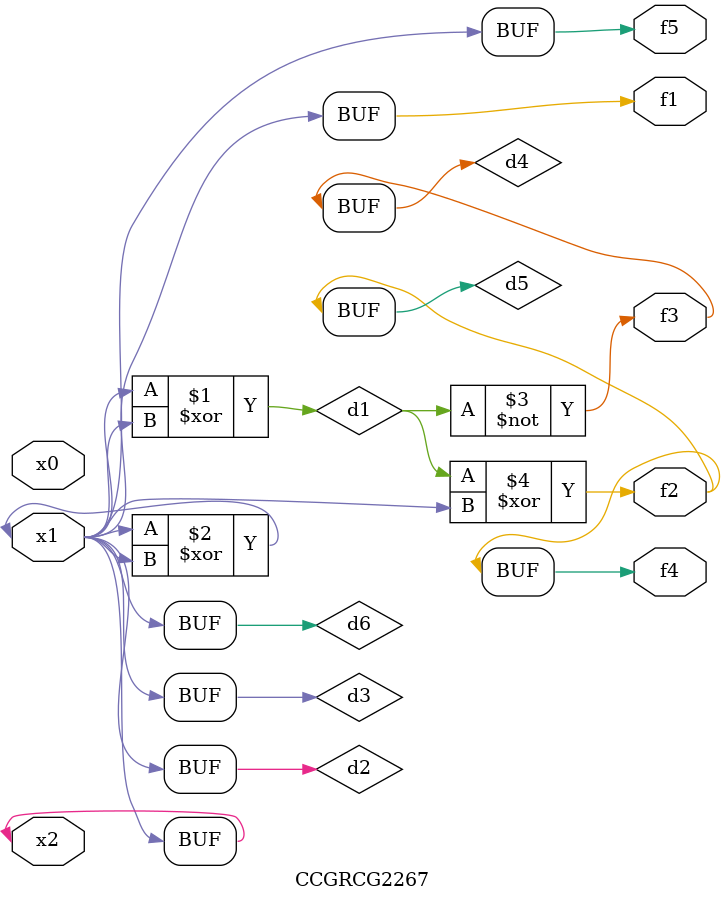
<source format=v>
module CCGRCG2267(
	input x0, x1, x2,
	output f1, f2, f3, f4, f5
);

	wire d1, d2, d3, d4, d5, d6;

	xor (d1, x1, x2);
	buf (d2, x1, x2);
	xor (d3, x1, x2);
	nor (d4, d1);
	xor (d5, d1, d2);
	buf (d6, d2, d3);
	assign f1 = d6;
	assign f2 = d5;
	assign f3 = d4;
	assign f4 = d5;
	assign f5 = d6;
endmodule

</source>
